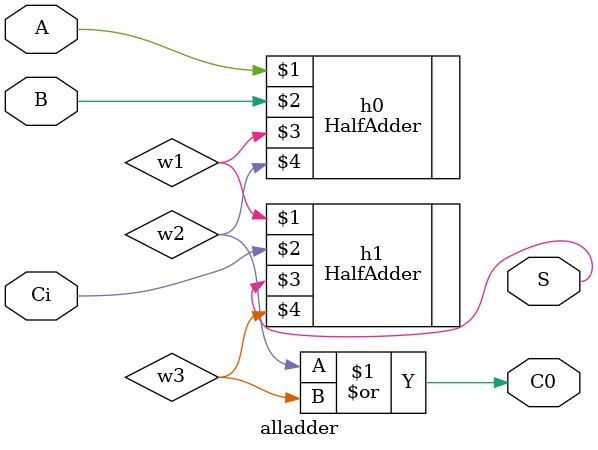
<source format=v>
`timescale 1ns / 1ps


module alladder(
    input A,
    input B,
    input Ci,
    output S,
    output C0
    );
    wire w1,w2,w3;
    HalfAdder h0(A,B,w1,w2);
    HalfAdder h1(w1,Ci,S,w3);
    or o0(C0,w2,w3);
endmodule

</source>
